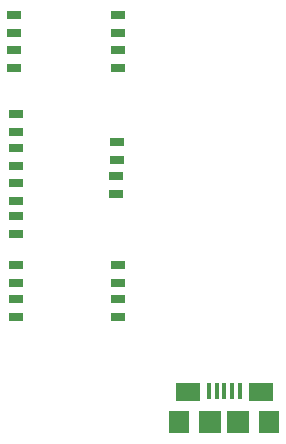
<source format=gtp>
%FSLAX34Y34*%
G04 Gerber Fmt 3.4, Leading zero omitted, Abs format*
G04 (created by PCBNEW (2014-03-19 BZR 4756)-product) date Fri 12 Sep 2014 09:38:09 AM EDT*
%MOIN*%
G01*
G70*
G90*
G04 APERTURE LIST*
%ADD10C,0.005906*%
%ADD11R,0.074700X0.074700*%
%ADD12R,0.074800X0.074700*%
%ADD13R,0.070700X0.074700*%
%ADD14R,0.082500X0.062900*%
%ADD15R,0.015700X0.053000*%
%ADD16R,0.045000X0.025000*%
G04 APERTURE END LIST*
G54D10*
G54D11*
X61138Y-48600D03*
G54D12*
X62082Y-48600D03*
G54D13*
X63106Y-48600D03*
G54D14*
X60390Y-47596D03*
G54D15*
X61099Y-47546D03*
X61355Y-47546D03*
X61610Y-47546D03*
X61865Y-47546D03*
X62121Y-47546D03*
G54D14*
X62830Y-47596D03*
G54D13*
X60114Y-48600D03*
G54D16*
X58030Y-39250D03*
X58030Y-39850D03*
X58020Y-40390D03*
X58020Y-40990D03*
X54680Y-40620D03*
X54680Y-41220D03*
X54680Y-41740D03*
X54680Y-42340D03*
X54680Y-40070D03*
X54680Y-39470D03*
X54680Y-38910D03*
X54680Y-38310D03*
X58070Y-43370D03*
X58070Y-43970D03*
X58060Y-44490D03*
X58060Y-45090D03*
X54660Y-43350D03*
X54660Y-43950D03*
X54660Y-44500D03*
X54660Y-45100D03*
X58075Y-36805D03*
X58075Y-36205D03*
X58085Y-35615D03*
X58085Y-35015D03*
X54610Y-36800D03*
X54610Y-36200D03*
X54590Y-35610D03*
X54590Y-35010D03*
M02*

</source>
